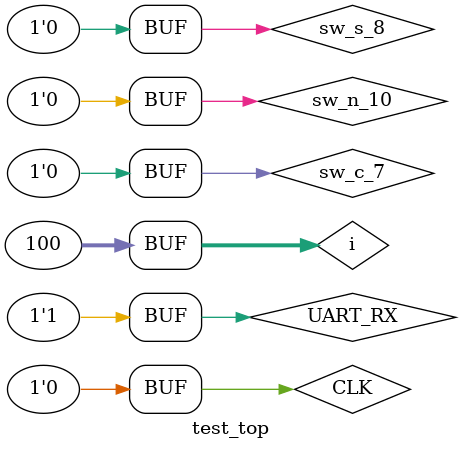
<source format=sv>
module test_top #(
	parameter INST_MEM_WIDTH = 14
);
    logic CLK;
	logic UART_RX;
	logic sw_n_10;
	logic sw_c_7;
//	logic sw_e_9;
	logic sw_s_8;
//	logic sw_w_6;
//	logic [3:0] sw;
	logic UART_TX;
	logic [7:0] led;

	top_sub #(INST_MEM_WIDTH) top_sub_instance(
			CLK,
			UART_RX,
			sw_n_10,
			sw_c_7,
//			sw_e_9,
			sw_s_8,
//			sw_w_6,
//			sw,
			UART_TX,
			led
	);
	localparam WAIT = 271.3;
	localparam CLK_ = 1;
	always begin
		CLK <= 1;
		#0.5;
		CLK <= 0;
		#0.5;
	end

	integer i;
	logic buffer;
	initial begin
		#1;
		UART_RX <= 1;
		sw_n_10 <= 0;
		sw_s_8 <= 0;
		#7000;
		sw_c_7 <= 1;
		#WAIT;
		sw_c_7 <= 0;
		#WAIT;
		
		for (i=0; i<100; i=i+1) begin
		UART_RX <= 0;
		#WAIT;		
		UART_RX <= 1;
		#WAIT;
		UART_RX <= 0;
		#WAIT;
		UART_RX <= 1;
		#WAIT;
		UART_RX <= 0;
		#WAIT;
		UART_RX <= 1;
		#WAIT;
		UART_RX <= 0;
		#WAIT;
		UART_RX <= 1;
		#WAIT;
		UART_RX <= 0;
		#WAIT;
		UART_RX <= 1;
		#WAIT;
		#WAIT;
		UART_RX <= 0;
        #WAIT;
        UART_RX <= 1;
        #WAIT;
        UART_RX <= 1;
        #WAIT;
        UART_RX <= 1;
        #WAIT;
        UART_RX <= 1;
        #WAIT;
        UART_RX <= 1;
        #WAIT;
        UART_RX <= 1;
        #WAIT;
        UART_RX <= 1;
        #WAIT;
        UART_RX <= 1;
        #WAIT;
        UART_RX <= 1;																				
		#WAIT;
		#WAIT;
		UART_RX <= 0;
        #WAIT;
        UART_RX <= 0;
        #WAIT;
        UART_RX <= 0;
        #WAIT;
        UART_RX <= 0;
        #WAIT;
        UART_RX <= 0;
        #WAIT;
        UART_RX <= 0;
        #WAIT;
        UART_RX <= 0;
        #WAIT;
        UART_RX <= 0;
        #WAIT;
        UART_RX <= 0;
        #WAIT;
        UART_RX <= 1;
        #WAIT;
		#WAIT;
		UART_RX <= 0;
        #WAIT;
		UART_RX <= 0;
		#WAIT;
        UART_RX <= 1;
        #WAIT;
        UART_RX <= 0;
        #WAIT;
        UART_RX <= 1;
        #WAIT;
        UART_RX <= 0;
        #WAIT;
        UART_RX <= 1;
        #WAIT;
        UART_RX <= 0;
        #WAIT;
        UART_RX <= 1;
        #WAIT;
        UART_RX <= 1;        		
		#WAIT;
		end
		end	
endmodule

</source>
